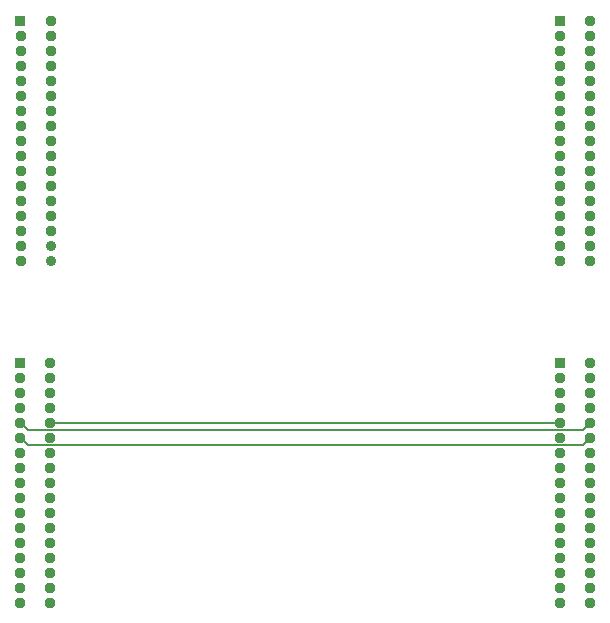
<source format=gbr>
%TF.GenerationSoftware,KiCad,Pcbnew,(6.0.9)*%
%TF.CreationDate,2023-01-22T20:13:33-05:00*%
%TF.ProjectId,Temps_North_DCT_HSK,54656d70-735f-44e6-9f72-74685f444354,rev?*%
%TF.SameCoordinates,Original*%
%TF.FileFunction,Copper,L2,Bot*%
%TF.FilePolarity,Positive*%
%FSLAX46Y46*%
G04 Gerber Fmt 4.6, Leading zero omitted, Abs format (unit mm)*
G04 Created by KiCad (PCBNEW (6.0.9)) date 2023-01-22 20:13:33*
%MOMM*%
%LPD*%
G01*
G04 APERTURE LIST*
%TA.AperFunction,ComponentPad*%
%ADD10R,0.940800X0.940800*%
%TD*%
%TA.AperFunction,ComponentPad*%
%ADD11C,0.940800*%
%TD*%
%TA.AperFunction,ComponentPad*%
%ADD12C,0.890000*%
%TD*%
%TA.AperFunction,Conductor*%
%ADD13C,0.127000*%
%TD*%
G04 APERTURE END LIST*
D10*
%TO.P,J2,1,Pin_1*%
%TO.N,/TD2_1*%
X93944440Y-79857600D03*
D11*
%TO.P,J2,2,Pin_2*%
%TO.N,/TD2_2*%
X96504760Y-79857600D03*
%TO.P,J2,3,Pin_3*%
%TO.N,/TD2_3*%
X93954600Y-81127600D03*
%TO.P,J2,4,Pin_4*%
%TO.N,/TD2_4*%
X96494600Y-81127600D03*
%TO.P,J2,5,Pin_5*%
%TO.N,/TD2_5*%
X93954600Y-82397600D03*
%TO.P,J2,6,Pin_6*%
%TO.N,/TD2_6*%
X96494600Y-82397600D03*
%TO.P,J2,7,Pin_7*%
%TO.N,/TD2_7*%
X93954600Y-83667600D03*
%TO.P,J2,8,Pin_8*%
%TO.N,/TD2_8*%
X96494600Y-83667600D03*
%TO.P,J2,9,Pin_9*%
%TO.N,/TD2_9*%
X93954600Y-84937600D03*
%TO.P,J2,10,Pin_10*%
%TO.N,/TD2_10*%
X96494600Y-84937600D03*
%TO.P,J2,11,Pin_11*%
%TO.N,/TD2_11*%
X93954600Y-86207600D03*
%TO.P,J2,12,Pin_12*%
%TO.N,unconnected-(J2-Pad12)*%
X96494600Y-86207600D03*
%TO.P,J2,13,Pin_13*%
%TO.N,/TD2_13*%
X93954600Y-87477600D03*
%TO.P,J2,14,Pin_14*%
%TO.N,/TD2_14*%
X96494600Y-87477600D03*
%TO.P,J2,15,Pin_15*%
%TO.N,/TD2_15*%
X93954600Y-88747600D03*
%TO.P,J2,16,Pin_16*%
%TO.N,/TD2_16*%
X96494600Y-88747600D03*
%TO.P,J2,17,Pin_17*%
%TO.N,/TD2_17*%
X93954600Y-90017600D03*
%TO.P,J2,18,Pin_18*%
%TO.N,/TD2_18*%
X96494600Y-90017600D03*
%TO.P,J2,19,Pin_19*%
%TO.N,/TD2_19*%
X93954600Y-91287600D03*
%TO.P,J2,20,Pin_20*%
%TO.N,/TD2_20*%
X96494600Y-91287600D03*
%TO.P,J2,21,Pin_21*%
%TO.N,/TD2_21*%
X93954600Y-92557600D03*
%TO.P,J2,22,Pin_22*%
%TO.N,/TD2_22*%
X96494600Y-92557600D03*
%TO.P,J2,23,Pin_23*%
%TO.N,/TD2_23*%
X93954600Y-93827600D03*
%TO.P,J2,24,Pin_24*%
%TO.N,/TD2_24*%
X96494600Y-93827600D03*
%TO.P,J2,25,Pin_25*%
%TO.N,/TD2_25*%
X93954600Y-95097600D03*
%TO.P,J2,26,Pin_26*%
%TO.N,/TD2_26*%
X96494600Y-95097600D03*
%TO.P,J2,27,Pin_27*%
%TO.N,/TD2_27*%
X93954600Y-96367600D03*
%TO.P,J2,28,Pin_28*%
%TO.N,/TD2_28*%
X96494600Y-96367600D03*
%TO.P,J2,29,Pin_29*%
%TO.N,/TD2_29*%
X93954600Y-97637600D03*
%TO.P,J2,30,Pin_30*%
%TO.N,/TD2_30*%
X96494600Y-97637600D03*
%TO.P,J2,31,Pin_31*%
%TO.N,/TD2_31*%
X93954600Y-98907600D03*
%TO.P,J2,32,Pin_32*%
%TO.N,/TD2_32*%
X96494600Y-98907600D03*
%TO.P,J2,33,Pin_33*%
%TO.N,/TD2_33*%
X93954600Y-100177600D03*
%TO.P,J2,34,Pin_34*%
%TO.N,/TD2_34*%
X96494600Y-100177600D03*
%TD*%
D10*
%TO.P,J3,1,Pin_1*%
%TO.N,/TD1_1*%
X139664440Y-50952400D03*
D11*
%TO.P,J3,2,Pin_2*%
%TO.N,/TD1_2*%
X142224760Y-50952400D03*
%TO.P,J3,3,Pin_3*%
%TO.N,/TD1_3*%
X139674600Y-52222400D03*
%TO.P,J3,4,Pin_4*%
%TO.N,/TD1_4*%
X142214600Y-52222400D03*
%TO.P,J3,5,Pin_5*%
%TO.N,/TD1_5*%
X139674600Y-53492400D03*
%TO.P,J3,6,Pin_6*%
%TO.N,/TD1_6*%
X142214600Y-53492400D03*
%TO.P,J3,7,Pin_7*%
%TO.N,/TD1_7*%
X139674600Y-54762400D03*
%TO.P,J3,8,Pin_8*%
%TO.N,/TD1_8*%
X142214600Y-54762400D03*
%TO.P,J3,9,Pin_9*%
%TO.N,/TD1_9*%
X139674600Y-56032400D03*
%TO.P,J3,10,Pin_10*%
%TO.N,/TD1_10*%
X142214600Y-56032400D03*
%TO.P,J3,11,Pin_11*%
%TO.N,/TD1_11*%
X139674600Y-57302400D03*
%TO.P,J3,12,Pin_12*%
%TO.N,/TD1_12*%
X142214600Y-57302400D03*
%TO.P,J3,13,Pin_13*%
%TO.N,/TD1_13*%
X139674600Y-58572400D03*
%TO.P,J3,14,Pin_14*%
%TO.N,/TD1_14*%
X142214600Y-58572400D03*
%TO.P,J3,15,Pin_15*%
%TO.N,/TD1_15*%
X139674600Y-59842400D03*
%TO.P,J3,16,Pin_16*%
%TO.N,/TD1_16*%
X142214600Y-59842400D03*
%TO.P,J3,17,Pin_17*%
%TO.N,/TD1_17*%
X139674600Y-61112400D03*
%TO.P,J3,18,Pin_18*%
%TO.N,/TD1_18*%
X142214600Y-61112400D03*
%TO.P,J3,19,Pin_19*%
%TO.N,/TD1_19*%
X139674600Y-62382400D03*
%TO.P,J3,20,Pin_20*%
%TO.N,/TD1_20*%
X142214600Y-62382400D03*
%TO.P,J3,21,Pin_21*%
%TO.N,/TD1_21*%
X139674600Y-63652400D03*
%TO.P,J3,22,Pin_22*%
%TO.N,/TD1_22*%
X142214600Y-63652400D03*
%TO.P,J3,23,Pin_23*%
%TO.N,/TD1_23*%
X139674600Y-64922400D03*
%TO.P,J3,24,Pin_24*%
%TO.N,/TD1_24*%
X142214600Y-64922400D03*
%TO.P,J3,25,Pin_25*%
%TO.N,/TD1_25*%
X139674600Y-66192400D03*
%TO.P,J3,26,Pin_26*%
%TO.N,/TD1_26*%
X142214600Y-66192400D03*
%TO.P,J3,27,Pin_27*%
%TO.N,/TD1_27*%
X139674600Y-67462400D03*
%TO.P,J3,28,Pin_28*%
%TO.N,/TD1_28*%
X142214600Y-67462400D03*
%TO.P,J3,29,Pin_29*%
%TO.N,/TD1_29*%
X139674600Y-68732400D03*
%TO.P,J3,30,Pin_30*%
%TO.N,/TD1_30*%
X142214600Y-68732400D03*
%TO.P,J3,31,Pin_31*%
%TO.N,/TD1_31*%
X139674600Y-70002400D03*
%TO.P,J3,32,Pin_32*%
%TO.N,/TD1_32*%
X142214600Y-70002400D03*
%TO.P,J3,33,Pin_33*%
%TO.N,/TD1_33*%
X139674600Y-71272400D03*
%TO.P,J3,34,Pin_34*%
%TO.N,/TD1_34*%
X142214600Y-71272400D03*
%TD*%
D10*
%TO.P,J4,1,Pin_1*%
%TO.N,/TD2_1*%
X139659840Y-79857600D03*
D11*
%TO.P,J4,2,Pin_2*%
%TO.N,/TD2_2*%
X142220160Y-79857600D03*
%TO.P,J4,3,Pin_3*%
%TO.N,/TD2_3*%
X139670000Y-81127600D03*
%TO.P,J4,4,Pin_4*%
%TO.N,/TD2_4*%
X142210000Y-81127600D03*
%TO.P,J4,5,Pin_5*%
%TO.N,/TD2_5*%
X139670000Y-82397600D03*
%TO.P,J4,6,Pin_6*%
%TO.N,/TD2_6*%
X142210000Y-82397600D03*
%TO.P,J4,7,Pin_7*%
%TO.N,/TD2_7*%
X139670000Y-83667600D03*
%TO.P,J4,8,Pin_8*%
%TO.N,/TD2_8*%
X142210000Y-83667600D03*
%TO.P,J4,9,Pin_9*%
%TO.N,/TD2_10*%
X139670000Y-84937600D03*
%TO.P,J4,10,Pin_10*%
%TO.N,/TD2_9*%
X142210000Y-84937600D03*
%TO.P,J4,11,Pin_11*%
%TO.N,unconnected-(J4-Pad11)*%
X139670000Y-86207600D03*
%TO.P,J4,12,Pin_12*%
%TO.N,/TD2_11*%
X142210000Y-86207600D03*
%TO.P,J4,13,Pin_13*%
%TO.N,/TD2_13*%
X139670000Y-87477600D03*
%TO.P,J4,14,Pin_14*%
%TO.N,/TD2_14*%
X142210000Y-87477600D03*
%TO.P,J4,15,Pin_15*%
%TO.N,/TD2_15*%
X139670000Y-88747600D03*
%TO.P,J4,16,Pin_16*%
%TO.N,/TD2_16*%
X142210000Y-88747600D03*
%TO.P,J4,17,Pin_17*%
%TO.N,/TD2_17*%
X139670000Y-90017600D03*
%TO.P,J4,18,Pin_18*%
%TO.N,/TD2_18*%
X142210000Y-90017600D03*
%TO.P,J4,19,Pin_19*%
%TO.N,/TD2_19*%
X139670000Y-91287600D03*
%TO.P,J4,20,Pin_20*%
%TO.N,/TD2_20*%
X142210000Y-91287600D03*
%TO.P,J4,21,Pin_21*%
%TO.N,/TD2_21*%
X139670000Y-92557600D03*
%TO.P,J4,22,Pin_22*%
%TO.N,/TD2_22*%
X142210000Y-92557600D03*
%TO.P,J4,23,Pin_23*%
%TO.N,/TD2_23*%
X139670000Y-93827600D03*
%TO.P,J4,24,Pin_24*%
%TO.N,/TD2_24*%
X142210000Y-93827600D03*
%TO.P,J4,25,Pin_25*%
%TO.N,/TD2_25*%
X139670000Y-95097600D03*
%TO.P,J4,26,Pin_26*%
%TO.N,/TD2_26*%
X142210000Y-95097600D03*
%TO.P,J4,27,Pin_27*%
%TO.N,/TD2_27*%
X139670000Y-96367600D03*
%TO.P,J4,28,Pin_28*%
%TO.N,/TD2_28*%
X142210000Y-96367600D03*
%TO.P,J4,29,Pin_29*%
%TO.N,/TD2_29*%
X139670000Y-97637600D03*
%TO.P,J4,30,Pin_30*%
%TO.N,/TD2_30*%
X142210000Y-97637600D03*
%TO.P,J4,31,Pin_31*%
%TO.N,/TD2_31*%
X139670000Y-98907600D03*
%TO.P,J4,32,Pin_32*%
%TO.N,/TD2_32*%
X142210000Y-98907600D03*
%TO.P,J4,33,Pin_33*%
%TO.N,/TD2_33*%
X139670000Y-100177600D03*
%TO.P,J4,34,Pin_34*%
%TO.N,/TD2_34*%
X142210000Y-100177600D03*
%TD*%
D10*
%TO.P,J1,1,Pin_1*%
%TO.N,/TD1_1*%
X93969840Y-50901600D03*
D11*
%TO.P,J1,2,Pin_2*%
%TO.N,/TD1_2*%
X96530160Y-50901600D03*
%TO.P,J1,3,Pin_3*%
%TO.N,/TD1_3*%
X93980000Y-52171600D03*
%TO.P,J1,4,Pin_4*%
%TO.N,/TD1_4*%
X96520000Y-52171600D03*
%TO.P,J1,5,Pin_5*%
%TO.N,/TD1_5*%
X93980000Y-53441600D03*
%TO.P,J1,6,Pin_6*%
%TO.N,/TD1_6*%
X96520000Y-53441600D03*
%TO.P,J1,7,Pin_7*%
%TO.N,/TD1_7*%
X93980000Y-54711600D03*
%TO.P,J1,8,Pin_8*%
%TO.N,/TD1_8*%
X96520000Y-54711600D03*
%TO.P,J1,9,Pin_9*%
%TO.N,/TD1_9*%
X93980000Y-55981600D03*
%TO.P,J1,10,Pin_10*%
%TO.N,/TD1_10*%
X96520000Y-55981600D03*
%TO.P,J1,11,Pin_11*%
%TO.N,/TD1_11*%
X93980000Y-57251600D03*
%TO.P,J1,12,Pin_12*%
%TO.N,/TD1_12*%
X96520000Y-57251600D03*
%TO.P,J1,13,Pin_13*%
%TO.N,/TD1_13*%
X93980000Y-58521600D03*
%TO.P,J1,14,Pin_14*%
%TO.N,/TD1_14*%
X96520000Y-58521600D03*
%TO.P,J1,15,Pin_15*%
%TO.N,/TD1_15*%
X93980000Y-59791600D03*
%TO.P,J1,16,Pin_16*%
%TO.N,/TD1_16*%
X96520000Y-59791600D03*
%TO.P,J1,17,Pin_17*%
%TO.N,/TD1_17*%
X93980000Y-61061600D03*
%TO.P,J1,18,Pin_18*%
%TO.N,/TD1_18*%
X96520000Y-61061600D03*
%TO.P,J1,19,Pin_19*%
%TO.N,/TD1_19*%
X93980000Y-62331600D03*
%TO.P,J1,20,Pin_20*%
%TO.N,/TD1_20*%
X96520000Y-62331600D03*
%TO.P,J1,21,Pin_21*%
%TO.N,/TD1_21*%
X93980000Y-63601600D03*
%TO.P,J1,22,Pin_22*%
%TO.N,/TD1_22*%
X96520000Y-63601600D03*
%TO.P,J1,23,Pin_23*%
%TO.N,/TD1_23*%
X93980000Y-64871600D03*
%TO.P,J1,24,Pin_24*%
%TO.N,/TD1_24*%
X96520000Y-64871600D03*
%TO.P,J1,25,Pin_25*%
%TO.N,/TD1_25*%
X93980000Y-66141600D03*
%TO.P,J1,26,Pin_26*%
%TO.N,/TD1_26*%
X96520000Y-66141600D03*
%TO.P,J1,27,Pin_27*%
%TO.N,/TD1_27*%
X93980000Y-67411600D03*
%TO.P,J1,28,Pin_28*%
%TO.N,/TD1_28*%
X96520000Y-67411600D03*
%TO.P,J1,29,Pin_29*%
%TO.N,/TD1_29*%
X93980000Y-68681600D03*
%TO.P,J1,30,Pin_30*%
%TO.N,/TD1_30*%
X96520000Y-68681600D03*
%TO.P,J1,31,Pin_31*%
%TO.N,/TD1_31*%
X93980000Y-69951600D03*
D12*
%TO.P,J1,32,Pin_32*%
%TO.N,/TD1_32*%
X96520000Y-69951600D03*
D11*
%TO.P,J1,33,Pin_33*%
%TO.N,/TD1_33*%
X93980000Y-71221600D03*
D12*
%TO.P,J1,34,Pin_34*%
%TO.N,/TD1_34*%
X96520000Y-71221600D03*
%TD*%
D13*
%TO.N,/TD2_9*%
X94607400Y-85587600D02*
X139280200Y-85587600D01*
X139280200Y-85587600D02*
X140085446Y-85582354D01*
X93977400Y-84957600D02*
X94607400Y-85587600D01*
X140085446Y-85582354D02*
X141608046Y-85582354D01*
X141608046Y-85582354D02*
X142232800Y-84957600D01*
%TO.N,/TD2_10*%
X96494600Y-84937600D02*
X139670000Y-84937600D01*
%TO.N,/TD2_11*%
X93954600Y-86207600D02*
X94584600Y-86837600D01*
X140062646Y-86832354D02*
X141585246Y-86832354D01*
X94584600Y-86837600D02*
X139257400Y-86837600D01*
X139257400Y-86837600D02*
X140062646Y-86832354D01*
X141585246Y-86832354D02*
X142210000Y-86207600D01*
%TD*%
M02*

</source>
